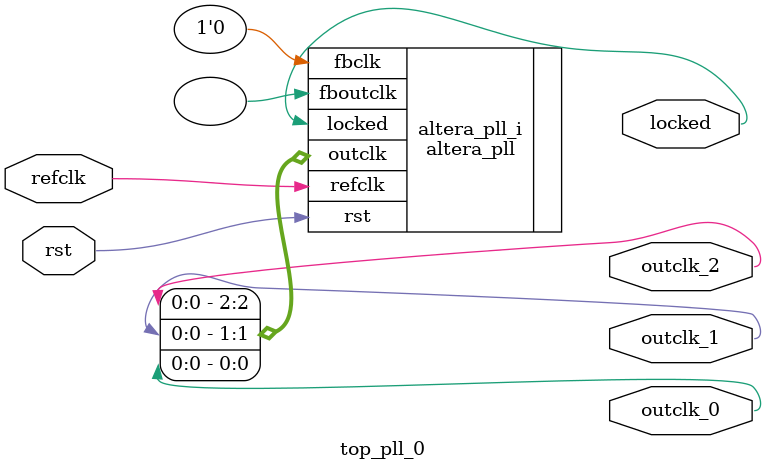
<source format=v>
`timescale 1ns/10ps
module  top_pll_0(

	// interface 'refclk'
	input wire refclk,

	// interface 'reset'
	input wire rst,

	// interface 'outclk0'
	output wire outclk_0,

	// interface 'outclk1'
	output wire outclk_1,

	// interface 'outclk2'
	output wire outclk_2,

	// interface 'locked'
	output wire locked
);

	altera_pll #(
		.fractional_vco_multiplier("false"),
		.reference_clock_frequency("50.0 MHz"),
		.operation_mode("direct"),
		.number_of_clocks(3),
		.output_clock_frequency0("125.000000 MHz"),
		.phase_shift0("0 ps"),
		.duty_cycle0(50),
		.output_clock_frequency1("100.000000 MHz"),
		.phase_shift1("0 ps"),
		.duty_cycle1(50),
		.output_clock_frequency2("20.000000 MHz"),
		.phase_shift2("0 ps"),
		.duty_cycle2(50),
		.output_clock_frequency3("0 MHz"),
		.phase_shift3("0 ps"),
		.duty_cycle3(50),
		.output_clock_frequency4("0 MHz"),
		.phase_shift4("0 ps"),
		.duty_cycle4(50),
		.output_clock_frequency5("0 MHz"),
		.phase_shift5("0 ps"),
		.duty_cycle5(50),
		.output_clock_frequency6("0 MHz"),
		.phase_shift6("0 ps"),
		.duty_cycle6(50),
		.output_clock_frequency7("0 MHz"),
		.phase_shift7("0 ps"),
		.duty_cycle7(50),
		.output_clock_frequency8("0 MHz"),
		.phase_shift8("0 ps"),
		.duty_cycle8(50),
		.output_clock_frequency9("0 MHz"),
		.phase_shift9("0 ps"),
		.duty_cycle9(50),
		.output_clock_frequency10("0 MHz"),
		.phase_shift10("0 ps"),
		.duty_cycle10(50),
		.output_clock_frequency11("0 MHz"),
		.phase_shift11("0 ps"),
		.duty_cycle11(50),
		.output_clock_frequency12("0 MHz"),
		.phase_shift12("0 ps"),
		.duty_cycle12(50),
		.output_clock_frequency13("0 MHz"),
		.phase_shift13("0 ps"),
		.duty_cycle13(50),
		.output_clock_frequency14("0 MHz"),
		.phase_shift14("0 ps"),
		.duty_cycle14(50),
		.output_clock_frequency15("0 MHz"),
		.phase_shift15("0 ps"),
		.duty_cycle15(50),
		.output_clock_frequency16("0 MHz"),
		.phase_shift16("0 ps"),
		.duty_cycle16(50),
		.output_clock_frequency17("0 MHz"),
		.phase_shift17("0 ps"),
		.duty_cycle17(50),
		.pll_type("General"),
		.pll_subtype("General")
	) altera_pll_i (
		.rst	(rst),
		.outclk	({outclk_2, outclk_1, outclk_0}),
		.locked	(locked),
		.fboutclk	( ),
		.fbclk	(1'b0),
		.refclk	(refclk)
	);
endmodule


</source>
